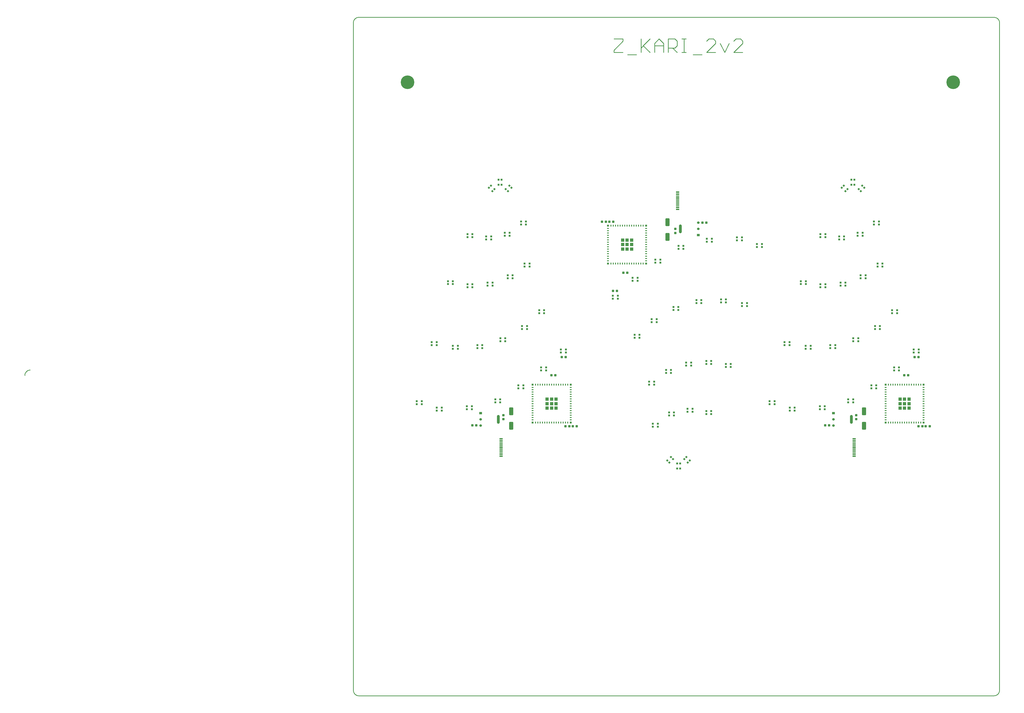
<source format=gtp>
G04*
G04 #@! TF.GenerationSoftware,Altium Limited,Altium Designer,21.2.2 (38)*
G04*
G04 Layer_Color=16777215*
%FSLAX44Y44*%
%MOMM*%
G71*
G04*
G04 #@! TF.SameCoordinates,5FF3B01B-9308-42A9-B2BD-2142B56AF961*
G04*
G04*
G04 #@! TF.FilePolarity,Positive*
G04*
G01*
G75*
%ADD10C,0.2540*%
%ADD13R,1.2000X1.2000*%
%ADD14R,0.8000X0.8000*%
%ADD15R,0.8000X0.4000*%
%ADD16R,0.4000X0.8000*%
%ADD18P,0.9900X4X270.0*%
%ADD19R,1.2500X0.3000*%
%ADD20R,1.2500X0.6000*%
%ADD21R,1.0043X0.8721*%
G04:AMPARAMS|DCode=22|XSize=1.0043mm|YSize=0.8721mm|CornerRadius=0.4361mm|HoleSize=0mm|Usage=FLASHONLY|Rotation=0.000|XOffset=0mm|YOffset=0mm|HoleType=Round|Shape=RoundedRectangle|*
%AMROUNDEDRECTD22*
21,1,1.0043,0.0000,0,0,0.0*
21,1,0.1322,0.8721,0,0,0.0*
1,1,0.8721,0.0661,0.0000*
1,1,0.8721,-0.0661,0.0000*
1,1,0.8721,-0.0661,0.0000*
1,1,0.8721,0.0661,0.0000*
%
%ADD22ROUNDEDRECTD22*%
G04:AMPARAMS|DCode=23|XSize=1.0043mm|YSize=3.1821mm|CornerRadius=0.4369mm|HoleSize=0mm|Usage=FLASHONLY|Rotation=0.000|XOffset=0mm|YOffset=0mm|HoleType=Round|Shape=RoundedRectangle|*
%AMROUNDEDRECTD23*
21,1,1.0043,2.3084,0,0,0.0*
21,1,0.1306,3.1821,0,0,0.0*
1,1,0.8737,0.0653,-1.1542*
1,1,0.8737,-0.0653,-1.1542*
1,1,0.8737,-0.0653,1.1542*
1,1,0.8737,0.0653,1.1542*
%
%ADD23ROUNDEDRECTD23*%
%ADD25R,0.7000X0.7000*%
%ADD26R,0.7000X0.7000*%
%ADD27P,0.9900X4X180.0*%
%ADD49C,5.0200*%
G04:AMPARAMS|DCode=50|XSize=0.89mm|YSize=0.89mm|CornerRadius=0.16mm|HoleSize=0mm|Usage=FLASHONLY|Rotation=270.000|XOffset=0mm|YOffset=0mm|HoleType=Round|Shape=RoundedRectangle|*
%AMROUNDEDRECTD50*
21,1,0.8900,0.5700,0,0,270.0*
21,1,0.5700,0.8900,0,0,270.0*
1,1,0.3200,-0.2850,-0.2850*
1,1,0.3200,-0.2850,0.2850*
1,1,0.3200,0.2850,0.2850*
1,1,0.3200,0.2850,-0.2850*
%
%ADD50ROUNDEDRECTD50*%
G04:AMPARAMS|DCode=51|XSize=2.9mm|YSize=1.5mm|CornerRadius=0.27mm|HoleSize=0mm|Usage=FLASHONLY|Rotation=90.000|XOffset=0mm|YOffset=0mm|HoleType=Round|Shape=RoundedRectangle|*
%AMROUNDEDRECTD51*
21,1,2.9000,0.9600,0,0,90.0*
21,1,2.3600,1.5000,0,0,90.0*
1,1,0.5400,0.4800,1.1800*
1,1,0.5400,0.4800,-1.1800*
1,1,0.5400,-0.4800,-1.1800*
1,1,0.5400,-0.4800,1.1800*
%
%ADD51ROUNDEDRECTD51*%
G04:AMPARAMS|DCode=52|XSize=0.89mm|YSize=0.89mm|CornerRadius=0.16mm|HoleSize=0mm|Usage=FLASHONLY|Rotation=0.000|XOffset=0mm|YOffset=0mm|HoleType=Round|Shape=RoundedRectangle|*
%AMROUNDEDRECTD52*
21,1,0.8900,0.5700,0,0,0.0*
21,1,0.5700,0.8900,0,0,0.0*
1,1,0.3200,0.2850,-0.2850*
1,1,0.3200,-0.2850,-0.2850*
1,1,0.3200,-0.2850,0.2850*
1,1,0.3200,0.2850,0.2850*
%
%ADD52ROUNDEDRECTD52*%
D10*
X-190000Y1840000D02*
X-192611Y1839829D01*
X-195176Y1839319D01*
X-197654Y1838478D01*
X-200000Y1837321D01*
X-202175Y1835867D01*
X-204142Y1834142D01*
X-205867Y1832175D01*
X-207320Y1830000D01*
X-208478Y1827654D01*
X-209319Y1825176D01*
X-209829Y1822611D01*
X-210000Y1820000D01*
X3380000Y3120000D02*
X3379829Y3122610D01*
X3379319Y3125176D01*
X3378477Y3127654D01*
X3377321Y3130000D01*
X3375867Y3132175D01*
X3374142Y3134142D01*
X3372175Y3135867D01*
X3370000Y3137321D01*
X3367654Y3138477D01*
X3365176Y3139319D01*
X3362610Y3139829D01*
X3360000Y3140000D01*
X1020000Y3140000D02*
X1017390Y3139829D01*
X1014824Y3139319D01*
X1012346Y3138478D01*
X1010000Y3137321D01*
X1007825Y3135867D01*
X1005858Y3134142D01*
X1004133Y3132175D01*
X1002680Y3130000D01*
X1001522Y3127654D01*
X1000682Y3125177D01*
X1000171Y3122611D01*
X1000000Y3120000D01*
X3360000Y640000D02*
X3362610Y640171D01*
X3365176Y640682D01*
X3367654Y641522D01*
X3370000Y642680D01*
X3372175Y644133D01*
X3374142Y645858D01*
X3375867Y647825D01*
X3377321Y650000D01*
X3378477Y652346D01*
X3379319Y654824D01*
X3379829Y657390D01*
X3380000Y660000D01*
X1000000Y660000D02*
X1000171Y657389D01*
X1000682Y654823D01*
X1001522Y652346D01*
X1002680Y650000D01*
X1004133Y647825D01*
X1005858Y645858D01*
X1007825Y644133D01*
X1010000Y642679D01*
X1012346Y641522D01*
X1014824Y640681D01*
X1017390Y640171D01*
X1020000Y640000D01*
X3379999Y660000D02*
X3380000Y3120000D01*
X1020000Y640000D02*
X3360000D01*
X1000000Y3120000D02*
X1000001Y660000D01*
X1020000Y3140000D02*
X3360000Y3140000D01*
X1960000Y3059984D02*
X1993323D01*
Y3051653D01*
X1960000Y3018331D01*
Y3010000D01*
X1993323D01*
X2009984Y3001669D02*
X2043306D01*
X2059968Y3059984D02*
Y3010000D01*
Y3026661D01*
X2093290Y3059984D01*
X2068298Y3034992D01*
X2093290Y3010000D01*
X2109951D02*
Y3043322D01*
X2126613Y3059984D01*
X2143274Y3043322D01*
Y3010000D01*
Y3034992D01*
X2109951D01*
X2159935Y3010000D02*
Y3059984D01*
X2184927D01*
X2193258Y3051653D01*
Y3034992D01*
X2184927Y3026661D01*
X2159935D01*
X2176597D02*
X2193258Y3010000D01*
X2209919Y3059984D02*
X2226581D01*
X2218250D01*
Y3010000D01*
X2209919D01*
X2226581D01*
X2251572Y3001669D02*
X2284895D01*
X2334879Y3010000D02*
X2301556D01*
X2334879Y3043322D01*
Y3051653D01*
X2326548Y3059984D01*
X2309887D01*
X2301556Y3051653D01*
X2351540Y3043322D02*
X2368201Y3010000D01*
X2384863Y3043322D01*
X2434846Y3010000D02*
X2401524D01*
X2434846Y3043322D01*
Y3051653D01*
X2426516Y3059984D01*
X2409855D01*
X2401524Y3051653D01*
D13*
X1747336Y1716196D02*
D03*
Y1699696D02*
D03*
X1730836D02*
D03*
X1714337D02*
D03*
Y1716196D02*
D03*
Y1732696D02*
D03*
X1730836D02*
D03*
X1747336D02*
D03*
X1730836Y1716196D02*
D03*
X3047349D02*
D03*
Y1699696D02*
D03*
X3030849D02*
D03*
X3014349D02*
D03*
Y1716196D02*
D03*
Y1732696D02*
D03*
X3030849D02*
D03*
X3047349D02*
D03*
X3030849Y1716196D02*
D03*
X1992254Y2302244D02*
D03*
Y2318744D02*
D03*
X2008754D02*
D03*
X2025253D02*
D03*
Y2302244D02*
D03*
Y2285744D02*
D03*
X2008754D02*
D03*
X1992254D02*
D03*
X2008754Y2302244D02*
D03*
D14*
X1800836Y1646196D02*
D03*
X1660836D02*
D03*
Y1786196D02*
D03*
X1800836D02*
D03*
X3100849Y1646196D02*
D03*
X2960849D02*
D03*
Y1786196D02*
D03*
X3100849D02*
D03*
X1938754Y2372244D02*
D03*
X2078754D02*
D03*
Y2232244D02*
D03*
X1938754D02*
D03*
D15*
X1800836Y1775696D02*
D03*
Y1767196D02*
D03*
Y1758696D02*
D03*
Y1750196D02*
D03*
Y1741696D02*
D03*
Y1733196D02*
D03*
Y1724696D02*
D03*
Y1716196D02*
D03*
Y1707696D02*
D03*
Y1699196D02*
D03*
Y1690696D02*
D03*
Y1682196D02*
D03*
Y1673696D02*
D03*
Y1665196D02*
D03*
Y1656696D02*
D03*
X1660836D02*
D03*
Y1665196D02*
D03*
Y1673696D02*
D03*
Y1682196D02*
D03*
Y1690696D02*
D03*
Y1699196D02*
D03*
Y1707696D02*
D03*
Y1716196D02*
D03*
Y1724696D02*
D03*
Y1733196D02*
D03*
Y1741696D02*
D03*
Y1750196D02*
D03*
Y1758696D02*
D03*
Y1767196D02*
D03*
Y1775696D02*
D03*
X3100849D02*
D03*
Y1767196D02*
D03*
Y1758696D02*
D03*
Y1750196D02*
D03*
Y1741696D02*
D03*
Y1733196D02*
D03*
Y1724696D02*
D03*
Y1716196D02*
D03*
Y1707696D02*
D03*
Y1699196D02*
D03*
Y1690696D02*
D03*
Y1682196D02*
D03*
Y1673696D02*
D03*
Y1665196D02*
D03*
Y1656696D02*
D03*
X2960849D02*
D03*
Y1665196D02*
D03*
Y1673696D02*
D03*
Y1682196D02*
D03*
Y1690696D02*
D03*
Y1699196D02*
D03*
Y1707696D02*
D03*
Y1716196D02*
D03*
Y1724696D02*
D03*
Y1733196D02*
D03*
Y1741696D02*
D03*
Y1750196D02*
D03*
Y1758696D02*
D03*
Y1767196D02*
D03*
Y1775696D02*
D03*
X1938754Y2242744D02*
D03*
Y2251244D02*
D03*
Y2259744D02*
D03*
Y2268244D02*
D03*
Y2276744D02*
D03*
Y2285244D02*
D03*
Y2293744D02*
D03*
Y2302244D02*
D03*
Y2310744D02*
D03*
Y2319244D02*
D03*
Y2327744D02*
D03*
Y2336244D02*
D03*
Y2344744D02*
D03*
Y2353244D02*
D03*
Y2361744D02*
D03*
X2078754D02*
D03*
Y2353244D02*
D03*
Y2344744D02*
D03*
Y2336244D02*
D03*
Y2327744D02*
D03*
Y2319244D02*
D03*
Y2310744D02*
D03*
Y2302244D02*
D03*
Y2293744D02*
D03*
Y2285244D02*
D03*
Y2276744D02*
D03*
Y2268244D02*
D03*
Y2259744D02*
D03*
Y2251244D02*
D03*
Y2242744D02*
D03*
D16*
X1790336Y1646196D02*
D03*
X1781837D02*
D03*
X1773336D02*
D03*
X1764836D02*
D03*
X1756337D02*
D03*
X1747836D02*
D03*
X1739337D02*
D03*
X1730836D02*
D03*
X1722336D02*
D03*
X1713837D02*
D03*
X1705336D02*
D03*
X1696837D02*
D03*
X1688336D02*
D03*
X1679836D02*
D03*
X1671337D02*
D03*
Y1786196D02*
D03*
X1679836D02*
D03*
X1688336D02*
D03*
X1696837D02*
D03*
X1705336D02*
D03*
X1713837D02*
D03*
X1722336D02*
D03*
X1730836D02*
D03*
X1739337D02*
D03*
X1747836D02*
D03*
X1756337D02*
D03*
X1764836D02*
D03*
X1773336D02*
D03*
X1781837D02*
D03*
X1790336D02*
D03*
X3090349Y1646196D02*
D03*
X3081849D02*
D03*
X3073349D02*
D03*
X3064849D02*
D03*
X3056349D02*
D03*
X3047849D02*
D03*
X3039349D02*
D03*
X3030849D02*
D03*
X3022349D02*
D03*
X3013849D02*
D03*
X3005349D02*
D03*
X2996849D02*
D03*
X2988349D02*
D03*
X2979849D02*
D03*
X2971349D02*
D03*
Y1786196D02*
D03*
X2979849D02*
D03*
X2988349D02*
D03*
X2996849D02*
D03*
X3005349D02*
D03*
X3013849D02*
D03*
X3022349D02*
D03*
X3030849D02*
D03*
X3039349D02*
D03*
X3047849D02*
D03*
X3056349D02*
D03*
X3064849D02*
D03*
X3073349D02*
D03*
X3081849D02*
D03*
X3090349D02*
D03*
X1949254Y2372244D02*
D03*
X1957753D02*
D03*
X1966254D02*
D03*
X1974754D02*
D03*
X1983253D02*
D03*
X1991754D02*
D03*
X2000253D02*
D03*
X2008754D02*
D03*
X2017254D02*
D03*
X2025753D02*
D03*
X2034254D02*
D03*
X2042753D02*
D03*
X2051254D02*
D03*
X2059754D02*
D03*
X2068253D02*
D03*
Y2232244D02*
D03*
X2059754D02*
D03*
X2051254D02*
D03*
X2042753D02*
D03*
X2034254D02*
D03*
X2025753D02*
D03*
X2017254D02*
D03*
X2008754D02*
D03*
X2000253D02*
D03*
X1991754D02*
D03*
X1983253D02*
D03*
X1974754D02*
D03*
X1966254D02*
D03*
X1957753D02*
D03*
X1949254D02*
D03*
D18*
X1574817Y2519389D02*
D03*
X1582596Y2511611D02*
D03*
X1569656Y2498671D02*
D03*
X1561877Y2506449D02*
D03*
X2874830Y2519389D02*
D03*
X2882608Y2511611D02*
D03*
X2869668Y2498671D02*
D03*
X2861890Y2506449D02*
D03*
X2164773Y1499051D02*
D03*
X2156994Y1506829D02*
D03*
X2169934Y1519769D02*
D03*
X2177713Y1511991D02*
D03*
D19*
X1544724Y1571970D02*
D03*
Y1561970D02*
D03*
Y1546970D02*
D03*
Y1536970D02*
D03*
Y1541970D02*
D03*
Y1551970D02*
D03*
Y1556970D02*
D03*
Y1566970D02*
D03*
X2844737Y1571970D02*
D03*
Y1561970D02*
D03*
Y1546970D02*
D03*
Y1536970D02*
D03*
Y1541970D02*
D03*
Y1551970D02*
D03*
Y1556970D02*
D03*
Y1566970D02*
D03*
X2194866Y2446470D02*
D03*
Y2456470D02*
D03*
Y2471470D02*
D03*
Y2481470D02*
D03*
Y2476470D02*
D03*
Y2466470D02*
D03*
Y2461470D02*
D03*
Y2451470D02*
D03*
D20*
X1544724Y1522470D02*
D03*
Y1530470D02*
D03*
Y1578470D02*
D03*
Y1586470D02*
D03*
X2844737Y1522470D02*
D03*
Y1530470D02*
D03*
Y1578470D02*
D03*
Y1586470D02*
D03*
X2194866Y2495970D02*
D03*
Y2487970D02*
D03*
Y2439970D02*
D03*
Y2431970D02*
D03*
D21*
X1468929Y1681030D02*
D03*
X2768941D02*
D03*
X2270661Y2337410D02*
D03*
D22*
X1468929Y1658130D02*
D03*
Y1635230D02*
D03*
X2768941Y1658130D02*
D03*
Y1635230D02*
D03*
X2270661Y2360310D02*
D03*
Y2383210D02*
D03*
D23*
X1534828Y1658130D02*
D03*
X2834841D02*
D03*
X2204762Y2360310D02*
D03*
D25*
X1307926Y1700970D02*
D03*
Y1689970D02*
D03*
X1326227D02*
D03*
Y1700970D02*
D03*
X1418560Y1706048D02*
D03*
Y1695048D02*
D03*
X1436861D02*
D03*
Y1706048D02*
D03*
X1523208Y1732210D02*
D03*
Y1721210D02*
D03*
X1541508D02*
D03*
Y1732210D02*
D03*
X1608304Y1783176D02*
D03*
Y1772176D02*
D03*
X1626604D02*
D03*
Y1783176D02*
D03*
X1692124Y1849392D02*
D03*
Y1838392D02*
D03*
X1710424D02*
D03*
Y1849392D02*
D03*
X1764763Y1915598D02*
D03*
Y1904598D02*
D03*
X1783062Y1904598D02*
D03*
Y1915598D02*
D03*
X1366776Y1929470D02*
D03*
Y1918470D02*
D03*
X1385076Y1918470D02*
D03*
Y1929470D02*
D03*
X1457077Y1931470D02*
D03*
Y1920470D02*
D03*
X1475376D02*
D03*
Y1931470D02*
D03*
X1541776Y1957470D02*
D03*
Y1946470D02*
D03*
X1560076Y1946470D02*
D03*
Y1957470D02*
D03*
X1621927Y2001970D02*
D03*
Y1990970D02*
D03*
X1640226D02*
D03*
Y2001970D02*
D03*
X1684926Y2059970D02*
D03*
Y2048970D02*
D03*
X1703226Y2048970D02*
D03*
Y2059970D02*
D03*
X1233926Y1724970D02*
D03*
Y1713970D02*
D03*
X1252226Y1713970D02*
D03*
Y1724970D02*
D03*
X1348927Y2167470D02*
D03*
Y2156470D02*
D03*
X1367227D02*
D03*
Y2167470D02*
D03*
X1420927Y2155970D02*
D03*
Y2144970D02*
D03*
X1439227D02*
D03*
Y2155970D02*
D03*
X1494926Y2161970D02*
D03*
Y2150970D02*
D03*
X1513226D02*
D03*
Y2161970D02*
D03*
X1568927Y2188970D02*
D03*
Y2177970D02*
D03*
X1587227D02*
D03*
Y2188970D02*
D03*
X1631077Y2231970D02*
D03*
Y2220970D02*
D03*
X1649377D02*
D03*
Y2231970D02*
D03*
X1288927Y1942970D02*
D03*
Y1931970D02*
D03*
X1307227D02*
D03*
Y1942970D02*
D03*
X1420927Y2340970D02*
D03*
Y2329970D02*
D03*
X1439227Y2329970D02*
D03*
Y2340970D02*
D03*
X1489926Y2331970D02*
D03*
Y2320970D02*
D03*
X1508226D02*
D03*
Y2331970D02*
D03*
X1557926Y2345970D02*
D03*
Y2334970D02*
D03*
X1576227D02*
D03*
Y2345970D02*
D03*
X1617926Y2386970D02*
D03*
Y2375970D02*
D03*
X1636227D02*
D03*
Y2386970D02*
D03*
X2607939Y1700970D02*
D03*
Y1689970D02*
D03*
X2626239D02*
D03*
Y1700970D02*
D03*
X2718573Y1706048D02*
D03*
Y1695048D02*
D03*
X2736873D02*
D03*
Y1706048D02*
D03*
X2823221Y1732210D02*
D03*
Y1721210D02*
D03*
X2841521D02*
D03*
Y1732210D02*
D03*
X2908317Y1783176D02*
D03*
Y1772176D02*
D03*
X2926617D02*
D03*
Y1783176D02*
D03*
X2992137Y1849392D02*
D03*
Y1838392D02*
D03*
X3010437D02*
D03*
Y1849392D02*
D03*
X3064775Y1915598D02*
D03*
Y1904598D02*
D03*
X3083075Y1904598D02*
D03*
Y1915598D02*
D03*
X2666789Y1929470D02*
D03*
Y1918470D02*
D03*
X2685089Y1918470D02*
D03*
Y1929470D02*
D03*
X2757089Y1931470D02*
D03*
Y1920470D02*
D03*
X2775389D02*
D03*
Y1931470D02*
D03*
X2841789Y1957470D02*
D03*
Y1946470D02*
D03*
X2860089Y1946470D02*
D03*
Y1957470D02*
D03*
X2921939Y2001970D02*
D03*
Y1990970D02*
D03*
X2940239D02*
D03*
Y2001970D02*
D03*
X2984939Y2059970D02*
D03*
Y2048970D02*
D03*
X3003239Y2048970D02*
D03*
Y2059970D02*
D03*
X2533939Y1724970D02*
D03*
Y1713970D02*
D03*
X2552239Y1713970D02*
D03*
Y1724970D02*
D03*
X2648939Y2167470D02*
D03*
Y2156470D02*
D03*
X2667239D02*
D03*
Y2167470D02*
D03*
X2720939Y2155970D02*
D03*
Y2144970D02*
D03*
X2739239D02*
D03*
Y2155970D02*
D03*
X2794939Y2161970D02*
D03*
Y2150970D02*
D03*
X2813239D02*
D03*
Y2161970D02*
D03*
X2868939Y2188970D02*
D03*
Y2177970D02*
D03*
X2887239D02*
D03*
Y2188970D02*
D03*
X2931089Y2231970D02*
D03*
Y2220970D02*
D03*
X2949389D02*
D03*
Y2231970D02*
D03*
X2588939Y1942970D02*
D03*
Y1931970D02*
D03*
X2607239D02*
D03*
Y1942970D02*
D03*
X2720939Y2340970D02*
D03*
Y2329970D02*
D03*
X2739239Y2329970D02*
D03*
Y2340970D02*
D03*
X2789939Y2331970D02*
D03*
Y2320970D02*
D03*
X2808239D02*
D03*
Y2331970D02*
D03*
X2857939Y2345970D02*
D03*
Y2334970D02*
D03*
X2876239D02*
D03*
Y2345970D02*
D03*
X2917939Y2386970D02*
D03*
Y2375970D02*
D03*
X2936239D02*
D03*
Y2386970D02*
D03*
X2431664Y2317470D02*
D03*
Y2328470D02*
D03*
X2413363D02*
D03*
Y2317470D02*
D03*
X2321030Y2312392D02*
D03*
Y2323392D02*
D03*
X2302729D02*
D03*
Y2312392D02*
D03*
X2216382Y2286230D02*
D03*
Y2297230D02*
D03*
X2198082D02*
D03*
Y2286230D02*
D03*
X2131286Y2235264D02*
D03*
Y2246264D02*
D03*
X2112986D02*
D03*
Y2235264D02*
D03*
X2047466Y2169048D02*
D03*
Y2180048D02*
D03*
X2029165D02*
D03*
Y2169048D02*
D03*
X1974828Y2102842D02*
D03*
Y2113842D02*
D03*
X1956528Y2113842D02*
D03*
Y2102842D02*
D03*
X2372814Y2088970D02*
D03*
Y2099970D02*
D03*
X2354514Y2099970D02*
D03*
Y2088970D02*
D03*
X2282513Y2086970D02*
D03*
Y2097970D02*
D03*
X2264214D02*
D03*
Y2086970D02*
D03*
X2197814Y2060970D02*
D03*
Y2071970D02*
D03*
X2179514Y2071970D02*
D03*
Y2060970D02*
D03*
X2117664Y2016470D02*
D03*
Y2027470D02*
D03*
X2099364D02*
D03*
Y2016470D02*
D03*
X2054664Y1958470D02*
D03*
Y1969470D02*
D03*
X2036364Y1969470D02*
D03*
Y1958470D02*
D03*
X2505663Y2293470D02*
D03*
Y2304470D02*
D03*
X2487363Y2304470D02*
D03*
Y2293470D02*
D03*
X2390663Y1850970D02*
D03*
Y1861970D02*
D03*
X2372363D02*
D03*
Y1850970D02*
D03*
X2318663Y1862470D02*
D03*
Y1873470D02*
D03*
X2300363D02*
D03*
Y1862470D02*
D03*
X2244664Y1856470D02*
D03*
Y1867470D02*
D03*
X2226364D02*
D03*
Y1856470D02*
D03*
X2170663Y1829470D02*
D03*
Y1840470D02*
D03*
X2152363D02*
D03*
Y1829470D02*
D03*
X2108513Y1786470D02*
D03*
Y1797470D02*
D03*
X2090213D02*
D03*
Y1786470D02*
D03*
X2450663Y2075470D02*
D03*
Y2086470D02*
D03*
X2432363D02*
D03*
Y2075470D02*
D03*
X2318663Y1677470D02*
D03*
Y1688470D02*
D03*
X2300363Y1688470D02*
D03*
Y1677470D02*
D03*
X2249664Y1686470D02*
D03*
Y1697470D02*
D03*
X2231364D02*
D03*
Y1686470D02*
D03*
X2181664Y1672470D02*
D03*
Y1683470D02*
D03*
X2163363D02*
D03*
Y1672470D02*
D03*
X2121664Y1631470D02*
D03*
Y1642470D02*
D03*
X2103363D02*
D03*
Y1631470D02*
D03*
D26*
X1545986Y2541040D02*
D03*
X1534987D02*
D03*
Y2522740D02*
D03*
X1545986D02*
D03*
X2845999Y2541040D02*
D03*
X2834999D02*
D03*
Y2522740D02*
D03*
X2845999D02*
D03*
X2193604Y1477400D02*
D03*
X2204603D02*
D03*
Y1495700D02*
D03*
X2193604D02*
D03*
D27*
X1507426Y2519389D02*
D03*
X1499647Y2511611D02*
D03*
X1512587Y2498671D02*
D03*
X1520366Y2506449D02*
D03*
X2807438Y2519389D02*
D03*
X2799660Y2511611D02*
D03*
X2812600Y2498671D02*
D03*
X2820378Y2506449D02*
D03*
X2232164Y1499051D02*
D03*
X2239943Y1506829D02*
D03*
X2227003Y1519769D02*
D03*
X2219224Y1511991D02*
D03*
D49*
X1200000Y2900000D02*
D03*
X3210000Y2900000D02*
D03*
D50*
X1781826Y1632470D02*
D03*
X1796326D02*
D03*
X1729827Y1820470D02*
D03*
X1744326D02*
D03*
X1438495Y1635778D02*
D03*
X1452995D02*
D03*
X1823327Y1632470D02*
D03*
X1808826D02*
D03*
X1767932Y1887238D02*
D03*
X1782433D02*
D03*
X3081839Y1632470D02*
D03*
X3096339D02*
D03*
X3029839Y1820470D02*
D03*
X3044339D02*
D03*
X2738507Y1635778D02*
D03*
X2753007D02*
D03*
X3123339Y1632470D02*
D03*
X3108839D02*
D03*
X3067945Y1887238D02*
D03*
X3082445D02*
D03*
X1957764Y2385970D02*
D03*
X1943264D02*
D03*
X2009763Y2197970D02*
D03*
X1995264D02*
D03*
X2301095Y2382662D02*
D03*
X2286595D02*
D03*
X1916263Y2385970D02*
D03*
X1930764D02*
D03*
X1971658Y2131202D02*
D03*
X1957157D02*
D03*
D51*
X1581888Y1688102D02*
D03*
Y1634102D02*
D03*
X2881901Y1688102D02*
D03*
Y1634102D02*
D03*
X2157702Y2330338D02*
D03*
Y2384338D02*
D03*
D52*
X1552932Y1673254D02*
D03*
Y1658754D02*
D03*
X2852945Y1673254D02*
D03*
Y1658754D02*
D03*
X2186658Y2345186D02*
D03*
Y2359686D02*
D03*
M02*

</source>
